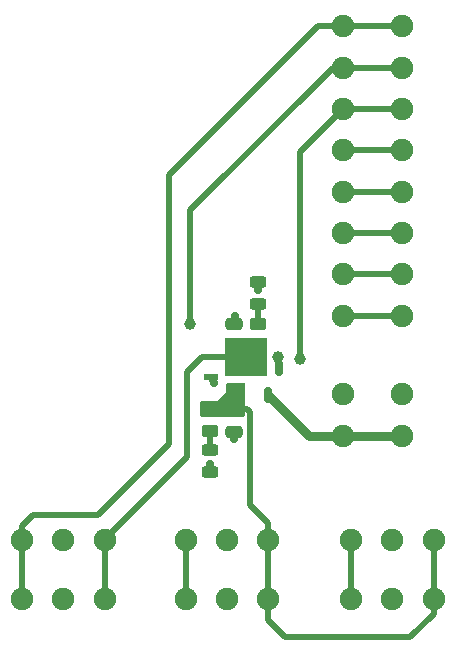
<source format=gtl>
G04 #@! TF.GenerationSoftware,KiCad,Pcbnew,9.0.0*
G04 #@! TF.CreationDate,2025-02-28T23:18:11-08:00*
G04 #@! TF.ProjectId,Constellation STAR LAF V1.1,436f6e73-7465-46c6-9c61-74696f6e2053,rev?*
G04 #@! TF.SameCoordinates,Original*
G04 #@! TF.FileFunction,Copper,L1,Top*
G04 #@! TF.FilePolarity,Positive*
%FSLAX46Y46*%
G04 Gerber Fmt 4.6, Leading zero omitted, Abs format (unit mm)*
G04 Created by KiCad (PCBNEW 9.0.0) date 2025-02-28 23:18:11*
%MOMM*%
%LPD*%
G01*
G04 APERTURE LIST*
G04 Aperture macros list*
%AMRoundRect*
0 Rectangle with rounded corners*
0 $1 Rounding radius*
0 $2 $3 $4 $5 $6 $7 $8 $9 X,Y pos of 4 corners*
0 Add a 4 corners polygon primitive as box body*
4,1,4,$2,$3,$4,$5,$6,$7,$8,$9,$2,$3,0*
0 Add four circle primitives for the rounded corners*
1,1,$1+$1,$2,$3*
1,1,$1+$1,$4,$5*
1,1,$1+$1,$6,$7*
1,1,$1+$1,$8,$9*
0 Add four rect primitives between the rounded corners*
20,1,$1+$1,$2,$3,$4,$5,0*
20,1,$1+$1,$4,$5,$6,$7,0*
20,1,$1+$1,$6,$7,$8,$9,0*
20,1,$1+$1,$8,$9,$2,$3,0*%
G04 Aperture macros list end*
G04 #@! TA.AperFunction,ComponentPad*
%ADD10C,1.900000*%
G04 #@! TD*
G04 #@! TA.AperFunction,SMDPad,CuDef*
%ADD11RoundRect,0.250000X0.450000X-0.262500X0.450000X0.262500X-0.450000X0.262500X-0.450000X-0.262500X0*%
G04 #@! TD*
G04 #@! TA.AperFunction,SMDPad,CuDef*
%ADD12R,1.250000X0.600000*%
G04 #@! TD*
G04 #@! TA.AperFunction,SMDPad,CuDef*
%ADD13RoundRect,0.250000X0.475000X-0.250000X0.475000X0.250000X-0.475000X0.250000X-0.475000X-0.250000X0*%
G04 #@! TD*
G04 #@! TA.AperFunction,SMDPad,CuDef*
%ADD14RoundRect,0.250000X-0.450000X0.262500X-0.450000X-0.262500X0.450000X-0.262500X0.450000X0.262500X0*%
G04 #@! TD*
G04 #@! TA.AperFunction,SMDPad,CuDef*
%ADD15RoundRect,0.243750X-0.456250X0.243750X-0.456250X-0.243750X0.456250X-0.243750X0.456250X0.243750X0*%
G04 #@! TD*
G04 #@! TA.AperFunction,SMDPad,CuDef*
%ADD16RoundRect,0.243750X0.456250X-0.243750X0.456250X0.243750X-0.456250X0.243750X-0.456250X-0.243750X0*%
G04 #@! TD*
G04 #@! TA.AperFunction,SMDPad,CuDef*
%ADD17RoundRect,0.150000X-0.150000X0.512500X-0.150000X-0.512500X0.150000X-0.512500X0.150000X0.512500X0*%
G04 #@! TD*
G04 #@! TA.AperFunction,SMDPad,CuDef*
%ADD18RoundRect,0.250000X-0.475000X0.250000X-0.475000X-0.250000X0.475000X-0.250000X0.475000X0.250000X0*%
G04 #@! TD*
G04 #@! TA.AperFunction,ViaPad*
%ADD19C,0.700000*%
G04 #@! TD*
G04 #@! TA.AperFunction,ViaPad*
%ADD20C,1.000000*%
G04 #@! TD*
G04 #@! TA.AperFunction,Conductor*
%ADD21C,0.500000*%
G04 #@! TD*
G04 #@! TA.AperFunction,Conductor*
%ADD22C,0.750000*%
G04 #@! TD*
G04 APERTURE END LIST*
D10*
X63500000Y-64770000D03*
X68500000Y-64770000D03*
X63500000Y-61270000D03*
X68500000Y-61270000D03*
X64195000Y-73580000D03*
X64195000Y-78580000D03*
X67695000Y-73580000D03*
X67695000Y-78580000D03*
X71195001Y-73580000D03*
X71195001Y-78580000D03*
D11*
X56360000Y-57154999D03*
X56360000Y-55329999D03*
D12*
X54430000Y-60780000D03*
X54430000Y-58880000D03*
X52329999Y-59830000D03*
D13*
X54329999Y-57179999D03*
X54329999Y-55280001D03*
D14*
X52279999Y-62567499D03*
X52279999Y-64392499D03*
D15*
X56360000Y-51754998D03*
X56360000Y-53630000D03*
D10*
X36350000Y-73580000D03*
X36350000Y-78580000D03*
X39850000Y-73580000D03*
X39850000Y-78580000D03*
X43350001Y-73580000D03*
X43350001Y-78580000D03*
D16*
X52279999Y-67867500D03*
X52279999Y-65992498D03*
D17*
X58079998Y-59012500D03*
X56180000Y-59012500D03*
X57129999Y-61287500D03*
D10*
X63500000Y-54610000D03*
X68500000Y-54610000D03*
X63500000Y-51110000D03*
X68499999Y-51109999D03*
X63500000Y-47609998D03*
X68500000Y-47609998D03*
X63500000Y-44109997D03*
X68500000Y-44109997D03*
X63500000Y-40609997D03*
X68500000Y-40609997D03*
X63500000Y-37109997D03*
X68500000Y-37109997D03*
X63500000Y-33609996D03*
X68500000Y-33609996D03*
X63500000Y-30109995D03*
X68500000Y-30109995D03*
D18*
X54279999Y-62530000D03*
X54279999Y-64429998D03*
D10*
X50190000Y-73580000D03*
X50190000Y-78580000D03*
X53690000Y-73580000D03*
X53690000Y-78580000D03*
X57190001Y-73580000D03*
X57190001Y-78580000D03*
D19*
X54280000Y-65090000D03*
X54340000Y-54620000D03*
X52270000Y-67200000D03*
X52610000Y-60280000D03*
X56360000Y-52430000D03*
D20*
X58060000Y-58090000D03*
X50590000Y-55320000D03*
X59860000Y-58300000D03*
D21*
X57190001Y-80400001D02*
X58640000Y-81850000D01*
X55670000Y-70610000D02*
X57190001Y-72130001D01*
X55400000Y-62530000D02*
X55670000Y-62800000D01*
X57190001Y-73580000D02*
X57190001Y-78580000D01*
X69190000Y-81850000D02*
X71195001Y-79844999D01*
X54279999Y-62530000D02*
X55400000Y-62530000D01*
X58640000Y-81850000D02*
X69190000Y-81850000D01*
X57190001Y-78580000D02*
X57190001Y-80400001D01*
X71195001Y-79844999D02*
X71195001Y-78580000D01*
X57190001Y-72130001D02*
X57190001Y-73580000D01*
X55670000Y-62800000D02*
X55670000Y-70610000D01*
X71195001Y-73580000D02*
X71195001Y-78580000D01*
X52329999Y-59999999D02*
X52329999Y-59830000D01*
X54329999Y-55280001D02*
X54329999Y-54630001D01*
X52279999Y-67209999D02*
X52270000Y-67200000D01*
X56360000Y-51754998D02*
X56360000Y-52430000D01*
X54329999Y-54630001D02*
X54340000Y-54620000D01*
X52279999Y-67867500D02*
X52279999Y-67209999D01*
X58079998Y-59012500D02*
X58079998Y-58109998D01*
X54279999Y-64429998D02*
X54280000Y-65090000D01*
X58079998Y-58109998D02*
X58060000Y-58090000D01*
X52610000Y-60280000D02*
X52329999Y-59999999D01*
X51550000Y-58090000D02*
X54230000Y-58090000D01*
X43350001Y-78580000D02*
X43350001Y-73509999D01*
X50290000Y-66570000D02*
X50290000Y-59350000D01*
X50290000Y-59350000D02*
X51550000Y-58090000D01*
X43350001Y-73509999D02*
X50290000Y-66570000D01*
X56360000Y-53630000D02*
X56360000Y-55329999D01*
X52279999Y-64392499D02*
X52279999Y-65992498D01*
X68500000Y-44109997D02*
X63500000Y-44109997D01*
X68500000Y-33609996D02*
X63500000Y-33609996D01*
X62680004Y-33609996D02*
X63500000Y-33609996D01*
X50190000Y-78580000D02*
X50190000Y-73580000D01*
X50590000Y-45700000D02*
X62680004Y-33609996D01*
X50590000Y-55320000D02*
X50590000Y-45700000D01*
X36350000Y-72400000D02*
X37260000Y-71490000D01*
X36350000Y-73580000D02*
X36350000Y-72400000D01*
X48800000Y-65490000D02*
X48800000Y-42720000D01*
X42800000Y-71490000D02*
X48800000Y-65490000D01*
X36350000Y-78580000D02*
X36350000Y-73580000D01*
X68500000Y-30109995D02*
X63500000Y-30109995D01*
X48800000Y-42720000D02*
X61410005Y-30109995D01*
X61410005Y-30109995D02*
X63500000Y-30109995D01*
X37260000Y-71490000D02*
X42800000Y-71490000D01*
X59860000Y-40749997D02*
X63500000Y-37109997D01*
X63500000Y-37109997D02*
X68500000Y-37109997D01*
X59860000Y-58300000D02*
X59860000Y-40749997D01*
X64195000Y-78580000D02*
X64195000Y-73580000D01*
X63500000Y-40609997D02*
X68500000Y-40609997D01*
D22*
X60612499Y-64770000D02*
X63500000Y-64770000D01*
X63500000Y-64770000D02*
X68500000Y-64770000D01*
X57129999Y-61287500D02*
X60612499Y-64770000D01*
D21*
X68499999Y-51109999D02*
X63500000Y-51110000D01*
X63500000Y-54610000D02*
X68500000Y-54610000D01*
X63500000Y-47609998D02*
X68500000Y-47609998D01*
G04 #@! TA.AperFunction,Conductor*
G36*
X57037737Y-56489413D02*
G01*
X57083645Y-56542084D01*
X57095000Y-56593922D01*
X57095000Y-57800778D01*
X57092617Y-57824970D01*
X57059500Y-57991456D01*
X57059500Y-57991459D01*
X57059500Y-58188541D01*
X57059500Y-58188543D01*
X57059499Y-58188543D01*
X57092617Y-58355029D01*
X57095000Y-58379221D01*
X57095000Y-59566000D01*
X57075315Y-59633039D01*
X57022511Y-59678794D01*
X56971000Y-59690000D01*
X53633231Y-59690000D01*
X53566192Y-59670315D01*
X53520437Y-59617511D01*
X53509233Y-59566773D01*
X53500645Y-58188543D01*
X53490775Y-56604410D01*
X53510042Y-56537250D01*
X53562560Y-56491167D01*
X53614410Y-56479639D01*
X56970641Y-56469923D01*
X57037737Y-56489413D01*
G37*
G04 #@! TD.AperFunction*
G04 #@! TA.AperFunction,Conductor*
G36*
X55175677Y-60319685D02*
G01*
X55196319Y-60336319D01*
X55203681Y-60343681D01*
X55237166Y-60405004D01*
X55240000Y-60431362D01*
X55240000Y-62942383D01*
X55231355Y-62971823D01*
X55224832Y-63001810D01*
X55221077Y-63006825D01*
X55220315Y-63009422D01*
X55203681Y-63030064D01*
X55040064Y-63193681D01*
X54978741Y-63227166D01*
X54952383Y-63230000D01*
X51607616Y-63230000D01*
X51540577Y-63210315D01*
X51519935Y-63193681D01*
X51466319Y-63140065D01*
X51432834Y-63078742D01*
X51430000Y-63052384D01*
X51430000Y-61974000D01*
X51449685Y-61906961D01*
X51502489Y-61861206D01*
X51554000Y-61850000D01*
X52840000Y-61850000D01*
X53600000Y-61090000D01*
X53600000Y-60424000D01*
X53619685Y-60356961D01*
X53672489Y-60311206D01*
X53724000Y-60300000D01*
X55108638Y-60300000D01*
X55175677Y-60319685D01*
G37*
G04 #@! TD.AperFunction*
M02*

</source>
